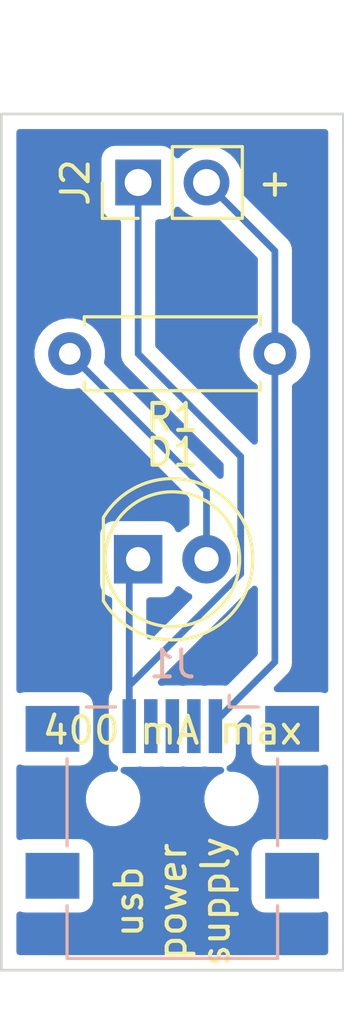
<source format=kicad_pcb>
(kicad_pcb (version 20171130) (host pcbnew 5.1.12-1.fc35)

  (general
    (thickness 1.6)
    (drawings 7)
    (tracks 15)
    (zones 0)
    (modules 4)
    (nets 8)
  )

  (page A4)
  (layers
    (0 F.Cu signal)
    (31 B.Cu signal)
    (32 B.Adhes user)
    (33 F.Adhes user)
    (34 B.Paste user)
    (35 F.Paste user)
    (36 B.SilkS user)
    (37 F.SilkS user)
    (38 B.Mask user)
    (39 F.Mask user)
    (40 Dwgs.User user)
    (41 Cmts.User user)
    (42 Eco1.User user)
    (43 Eco2.User user)
    (44 Edge.Cuts user)
    (45 Margin user)
    (46 B.CrtYd user)
    (47 F.CrtYd user)
    (48 B.Fab user)
    (49 F.Fab user)
  )

  (setup
    (last_trace_width 0.25)
    (trace_clearance 0.2)
    (zone_clearance 0.508)
    (zone_45_only no)
    (trace_min 0.2)
    (via_size 0.8)
    (via_drill 0.4)
    (via_min_size 0.4)
    (via_min_drill 0.3)
    (uvia_size 0.3)
    (uvia_drill 0.1)
    (uvias_allowed no)
    (uvia_min_size 0.2)
    (uvia_min_drill 0.1)
    (edge_width 0.05)
    (segment_width 0.2)
    (pcb_text_width 0.3)
    (pcb_text_size 1.5 1.5)
    (mod_edge_width 0.12)
    (mod_text_size 1 1)
    (mod_text_width 0.15)
    (pad_size 1.524 1.524)
    (pad_drill 0.762)
    (pad_to_mask_clearance 0)
    (aux_axis_origin 0 0)
    (visible_elements FFFFFF7F)
    (pcbplotparams
      (layerselection 0x010fc_ffffffff)
      (usegerberextensions false)
      (usegerberattributes true)
      (usegerberadvancedattributes true)
      (creategerberjobfile true)
      (excludeedgelayer true)
      (linewidth 0.100000)
      (plotframeref false)
      (viasonmask false)
      (mode 1)
      (useauxorigin false)
      (hpglpennumber 1)
      (hpglpenspeed 20)
      (hpglpendiameter 15.000000)
      (psnegative false)
      (psa4output false)
      (plotreference true)
      (plotvalue true)
      (plotinvisibletext false)
      (padsonsilk false)
      (subtractmaskfromsilk false)
      (outputformat 1)
      (mirror false)
      (drillshape 1)
      (scaleselection 1)
      (outputdirectory ""))
  )

  (net 0 "")
  (net 1 "Net-(D1-Pad2)")
  (net 2 "Net-(D1-Pad1)")
  (net 3 "Net-(J1-Pad6)")
  (net 4 "Net-(J1-Pad4)")
  (net 5 "Net-(J1-Pad3)")
  (net 6 "Net-(J1-Pad2)")
  (net 7 "Net-(J1-Pad1)")

  (net_class Default "Это класс цепей по умолчанию."
    (clearance 0.2)
    (trace_width 0.25)
    (via_dia 0.8)
    (via_drill 0.4)
    (uvia_dia 0.3)
    (uvia_drill 0.1)
    (add_net "Net-(D1-Pad1)")
    (add_net "Net-(D1-Pad2)")
    (add_net "Net-(J1-Pad1)")
    (add_net "Net-(J1-Pad2)")
    (add_net "Net-(J1-Pad3)")
    (add_net "Net-(J1-Pad4)")
    (add_net "Net-(J1-Pad6)")
  )

  (module Resistor_THT:R_Axial_DIN0207_L6.3mm_D2.5mm_P7.62mm_Horizontal (layer F.Cu) (tedit 5AE5139B) (tstamp 61C22800)
    (at 147.32 92.71 180)
    (descr "Resistor, Axial_DIN0207 series, Axial, Horizontal, pin pitch=7.62mm, 0.25W = 1/4W, length*diameter=6.3*2.5mm^2, http://cdn-reichelt.de/documents/datenblatt/B400/1_4W%23YAG.pdf")
    (tags "Resistor Axial_DIN0207 series Axial Horizontal pin pitch 7.62mm 0.25W = 1/4W length 6.3mm diameter 2.5mm")
    (path /61C2696B)
    (fp_text reference R1 (at 3.81 -2.37) (layer F.SilkS)
      (effects (font (size 1 1) (thickness 0.15)))
    )
    (fp_text value 300 (at 3.81 2.37) (layer F.Fab)
      (effects (font (size 1 1) (thickness 0.15)))
    )
    (fp_line (start 8.67 -1.5) (end -1.05 -1.5) (layer F.CrtYd) (width 0.05))
    (fp_line (start 8.67 1.5) (end 8.67 -1.5) (layer F.CrtYd) (width 0.05))
    (fp_line (start -1.05 1.5) (end 8.67 1.5) (layer F.CrtYd) (width 0.05))
    (fp_line (start -1.05 -1.5) (end -1.05 1.5) (layer F.CrtYd) (width 0.05))
    (fp_line (start 7.08 1.37) (end 7.08 1.04) (layer F.SilkS) (width 0.12))
    (fp_line (start 0.54 1.37) (end 7.08 1.37) (layer F.SilkS) (width 0.12))
    (fp_line (start 0.54 1.04) (end 0.54 1.37) (layer F.SilkS) (width 0.12))
    (fp_line (start 7.08 -1.37) (end 7.08 -1.04) (layer F.SilkS) (width 0.12))
    (fp_line (start 0.54 -1.37) (end 7.08 -1.37) (layer F.SilkS) (width 0.12))
    (fp_line (start 0.54 -1.04) (end 0.54 -1.37) (layer F.SilkS) (width 0.12))
    (fp_line (start 7.62 0) (end 6.96 0) (layer F.Fab) (width 0.1))
    (fp_line (start 0 0) (end 0.66 0) (layer F.Fab) (width 0.1))
    (fp_line (start 6.96 -1.25) (end 0.66 -1.25) (layer F.Fab) (width 0.1))
    (fp_line (start 6.96 1.25) (end 6.96 -1.25) (layer F.Fab) (width 0.1))
    (fp_line (start 0.66 1.25) (end 6.96 1.25) (layer F.Fab) (width 0.1))
    (fp_line (start 0.66 -1.25) (end 0.66 1.25) (layer F.Fab) (width 0.1))
    (fp_text user %R (at 3.81 0) (layer F.Fab)
      (effects (font (size 1 1) (thickness 0.15)))
    )
    (pad 2 thru_hole oval (at 7.62 0 180) (size 1.6 1.6) (drill 0.8) (layers *.Cu *.Mask)
      (net 1 "Net-(D1-Pad2)"))
    (pad 1 thru_hole circle (at 0 0 180) (size 1.6 1.6) (drill 0.8) (layers *.Cu *.Mask)
      (net 7 "Net-(J1-Pad1)"))
    (model ${KISYS3DMOD}/Resistor_THT.3dshapes/R_Axial_DIN0207_L6.3mm_D2.5mm_P7.62mm_Horizontal.wrl
      (at (xyz 0 0 0))
      (scale (xyz 1 1 1))
      (rotate (xyz 0 0 0))
    )
  )

  (module Connector_PinHeader_2.54mm:PinHeader_1x02_P2.54mm_Vertical (layer F.Cu) (tedit 59FED5CC) (tstamp 61C227E9)
    (at 142.24 86.36 90)
    (descr "Through hole straight pin header, 1x02, 2.54mm pitch, single row")
    (tags "Through hole pin header THT 1x02 2.54mm single row")
    (path /61C27F61)
    (fp_text reference J2 (at 0 -2.33 90) (layer F.SilkS)
      (effects (font (size 1 1) (thickness 0.15)))
    )
    (fp_text value Conn_01x02_Male (at 0 4.87 90) (layer F.Fab)
      (effects (font (size 1 1) (thickness 0.15)))
    )
    (fp_line (start 1.8 -1.8) (end -1.8 -1.8) (layer F.CrtYd) (width 0.05))
    (fp_line (start 1.8 4.35) (end 1.8 -1.8) (layer F.CrtYd) (width 0.05))
    (fp_line (start -1.8 4.35) (end 1.8 4.35) (layer F.CrtYd) (width 0.05))
    (fp_line (start -1.8 -1.8) (end -1.8 4.35) (layer F.CrtYd) (width 0.05))
    (fp_line (start -1.33 -1.33) (end 0 -1.33) (layer F.SilkS) (width 0.12))
    (fp_line (start -1.33 0) (end -1.33 -1.33) (layer F.SilkS) (width 0.12))
    (fp_line (start -1.33 1.27) (end 1.33 1.27) (layer F.SilkS) (width 0.12))
    (fp_line (start 1.33 1.27) (end 1.33 3.87) (layer F.SilkS) (width 0.12))
    (fp_line (start -1.33 1.27) (end -1.33 3.87) (layer F.SilkS) (width 0.12))
    (fp_line (start -1.33 3.87) (end 1.33 3.87) (layer F.SilkS) (width 0.12))
    (fp_line (start -1.27 -0.635) (end -0.635 -1.27) (layer F.Fab) (width 0.1))
    (fp_line (start -1.27 3.81) (end -1.27 -0.635) (layer F.Fab) (width 0.1))
    (fp_line (start 1.27 3.81) (end -1.27 3.81) (layer F.Fab) (width 0.1))
    (fp_line (start 1.27 -1.27) (end 1.27 3.81) (layer F.Fab) (width 0.1))
    (fp_line (start -0.635 -1.27) (end 1.27 -1.27) (layer F.Fab) (width 0.1))
    (fp_text user %R (at 0 1.27) (layer F.Fab)
      (effects (font (size 1 1) (thickness 0.15)))
    )
    (pad 2 thru_hole oval (at 0 2.54 90) (size 1.7 1.7) (drill 1) (layers *.Cu *.Mask)
      (net 7 "Net-(J1-Pad1)"))
    (pad 1 thru_hole rect (at 0 0 90) (size 1.7 1.7) (drill 1) (layers *.Cu *.Mask)
      (net 2 "Net-(D1-Pad1)"))
    (model ${KISYS3DMOD}/Connector_PinHeader_2.54mm.3dshapes/PinHeader_1x02_P2.54mm_Vertical.wrl
      (at (xyz 0 0 0))
      (scale (xyz 1 1 1))
      (rotate (xyz 0 0 0))
    )
  )

  (module Connector_USB:USB_Mini-B_Lumberg_2486_01_Horizontal (layer B.Cu) (tedit 5AC6B535) (tstamp 61C227D3)
    (at 143.51 109.22 180)
    (descr "USB Mini-B 5-pin SMD connector, http://downloads.lumberg.com/datenblaetter/en/2486_01.pdf")
    (tags "USB USB_B USB_Mini connector")
    (path /61C25125)
    (attr smd)
    (fp_text reference J1 (at 0 5) (layer B.SilkS)
      (effects (font (size 1 1) (thickness 0.15)) (justify mirror))
    )
    (fp_text value USB_B_Mini (at 0 -7.5) (layer B.Fab)
      (effects (font (size 1 1) (thickness 0.15)) (justify mirror))
    )
    (fp_line (start -4.35 -6.35) (end -4.35 -4.2) (layer B.CrtYd) (width 0.05))
    (fp_line (start -4.35 -4.2) (end -5.95 -4.2) (layer B.CrtYd) (width 0.05))
    (fp_line (start -5.95 -1.5) (end -5.95 -4.2) (layer B.CrtYd) (width 0.05))
    (fp_line (start -4.35 -1.5) (end -5.95 -1.5) (layer B.CrtYd) (width 0.05))
    (fp_line (start -4.35 1.25) (end -4.35 -1.5) (layer B.CrtYd) (width 0.05))
    (fp_line (start -4.35 1.25) (end -5.95 1.25) (layer B.CrtYd) (width 0.05))
    (fp_line (start -5.95 3.95) (end -5.95 1.25) (layer B.CrtYd) (width 0.05))
    (fp_line (start -5.95 3.95) (end -2.35 3.95) (layer B.CrtYd) (width 0.05))
    (fp_line (start -2.35 3.95) (end -2.35 4.2) (layer B.CrtYd) (width 0.05))
    (fp_line (start 5.95 3.95) (end 5.95 1.25) (layer B.CrtYd) (width 0.05))
    (fp_line (start 4.35 1.25) (end 5.95 1.25) (layer B.CrtYd) (width 0.05))
    (fp_line (start 4.35 1.25) (end 4.35 -1.5) (layer B.CrtYd) (width 0.05))
    (fp_line (start -1.95 3.35) (end -1.6 2.85) (layer B.Fab) (width 0.1))
    (fp_line (start 5.95 -1.5) (end 5.95 -4.2) (layer B.CrtYd) (width 0.05))
    (fp_line (start 5.95 3.95) (end 2.35 3.95) (layer B.CrtYd) (width 0.05))
    (fp_line (start -4.35 -6.35) (end 4.35 -6.35) (layer B.CrtYd) (width 0.05))
    (fp_line (start -3.85 3.35) (end 3.85 3.35) (layer B.Fab) (width 0.1))
    (fp_line (start -3.85 3.35) (end -3.85 -5.85) (layer B.Fab) (width 0.1))
    (fp_line (start -3.85 -5.85) (end 3.85 -5.85) (layer B.Fab) (width 0.1))
    (fp_line (start 3.85 -5.85) (end 3.85 3.35) (layer B.Fab) (width 0.1))
    (fp_line (start -3.91 -5.91) (end -3.91 -3.96) (layer B.SilkS) (width 0.12))
    (fp_line (start -3.91 -1.74) (end -3.91 1.49) (layer B.SilkS) (width 0.12))
    (fp_line (start -3.19 3.41) (end -2.11 3.41) (layer B.SilkS) (width 0.12))
    (fp_line (start 2.11 3.41) (end 3.19 3.41) (layer B.SilkS) (width 0.12))
    (fp_line (start 3.91 -1.74) (end 3.91 1.49) (layer B.SilkS) (width 0.12))
    (fp_line (start 3.91 -5.91) (end 3.91 -3.96) (layer B.SilkS) (width 0.12))
    (fp_line (start -2.11 3.41) (end -2.11 3.84) (layer B.SilkS) (width 0.12))
    (fp_line (start -1.6 2.85) (end -1.25 3.35) (layer B.Fab) (width 0.1))
    (fp_line (start 3.91 -5.91) (end -3.91 -5.91) (layer B.SilkS) (width 0.12))
    (fp_line (start 4.35 -6.35) (end 4.35 -4.2) (layer B.CrtYd) (width 0.05))
    (fp_line (start 4.35 -4.2) (end 5.95 -4.2) (layer B.CrtYd) (width 0.05))
    (fp_line (start 4.35 -1.5) (end 5.95 -1.5) (layer B.CrtYd) (width 0.05))
    (fp_line (start 2.35 3.95) (end 2.35 4.2) (layer B.CrtYd) (width 0.05))
    (fp_line (start 2.35 4.2) (end -2.35 4.2) (layer B.CrtYd) (width 0.05))
    (fp_text user %R (at 0 -1.6 180) (layer B.Fab)
      (effects (font (size 1 1) (thickness 0.15)) (justify mirror))
    )
    (pad "" np_thru_hole circle (at 2.2 0 180) (size 1 1) (drill 1) (layers *.Cu *.Mask))
    (pad "" np_thru_hole circle (at -2.2 0 180) (size 1 1) (drill 1) (layers *.Cu *.Mask))
    (pad 6 smd rect (at 4.45 -2.85 180) (size 2 1.7) (layers B.Cu B.Paste B.Mask)
      (net 3 "Net-(J1-Pad6)"))
    (pad 6 smd rect (at 4.45 2.6 180) (size 2 1.7) (layers B.Cu B.Paste B.Mask)
      (net 3 "Net-(J1-Pad6)"))
    (pad 6 smd rect (at -4.45 -2.85 180) (size 2 1.7) (layers B.Cu B.Paste B.Mask)
      (net 3 "Net-(J1-Pad6)"))
    (pad 6 smd rect (at -4.45 2.6 180) (size 2 1.7) (layers B.Cu B.Paste B.Mask)
      (net 3 "Net-(J1-Pad6)"))
    (pad 5 smd rect (at 1.6 2.7 180) (size 0.5 2) (layers B.Cu B.Paste B.Mask)
      (net 2 "Net-(D1-Pad1)"))
    (pad 4 smd rect (at 0.8 2.7 180) (size 0.5 2) (layers B.Cu B.Paste B.Mask)
      (net 4 "Net-(J1-Pad4)"))
    (pad 3 smd rect (at 0 2.7 180) (size 0.5 2) (layers B.Cu B.Paste B.Mask)
      (net 5 "Net-(J1-Pad3)"))
    (pad 2 smd rect (at -0.8 2.7 180) (size 0.5 2) (layers B.Cu B.Paste B.Mask)
      (net 6 "Net-(J1-Pad2)"))
    (pad 1 smd rect (at -1.6 2.7 180) (size 0.5 2) (layers B.Cu B.Paste B.Mask)
      (net 7 "Net-(J1-Pad1)"))
    (model ${KISYS3DMOD}/Connector_USB.3dshapes/USB_Mini-B_Lumberg_2486_01_Horizontal.wrl
      (at (xyz 0 0 0))
      (scale (xyz 1 1 1))
      (rotate (xyz 0 0 0))
    )
  )

  (module LED_THT:LED_D5.0mm (layer F.Cu) (tedit 5995936A) (tstamp 61C227A1)
    (at 142.24 100.33)
    (descr "LED, diameter 5.0mm, 2 pins, http://cdn-reichelt.de/documents/datenblatt/A500/LL-504BC2E-009.pdf")
    (tags "LED diameter 5.0mm 2 pins")
    (path /61C25CCE)
    (fp_text reference D1 (at 1.27 -3.96) (layer F.SilkS)
      (effects (font (size 1 1) (thickness 0.15)))
    )
    (fp_text value LED (at 1.27 3.96) (layer F.Fab)
      (effects (font (size 1 1) (thickness 0.15)))
    )
    (fp_line (start 4.5 -3.25) (end -1.95 -3.25) (layer F.CrtYd) (width 0.05))
    (fp_line (start 4.5 3.25) (end 4.5 -3.25) (layer F.CrtYd) (width 0.05))
    (fp_line (start -1.95 3.25) (end 4.5 3.25) (layer F.CrtYd) (width 0.05))
    (fp_line (start -1.95 -3.25) (end -1.95 3.25) (layer F.CrtYd) (width 0.05))
    (fp_line (start -1.29 -1.545) (end -1.29 1.545) (layer F.SilkS) (width 0.12))
    (fp_line (start -1.23 -1.469694) (end -1.23 1.469694) (layer F.Fab) (width 0.1))
    (fp_circle (center 1.27 0) (end 3.77 0) (layer F.SilkS) (width 0.12))
    (fp_circle (center 1.27 0) (end 3.77 0) (layer F.Fab) (width 0.1))
    (fp_text user %R (at 1.25 0) (layer F.Fab)
      (effects (font (size 0.8 0.8) (thickness 0.2)))
    )
    (fp_arc (start 1.27 0) (end -1.29 1.54483) (angle -148.9) (layer F.SilkS) (width 0.12))
    (fp_arc (start 1.27 0) (end -1.29 -1.54483) (angle 148.9) (layer F.SilkS) (width 0.12))
    (fp_arc (start 1.27 0) (end -1.23 -1.469694) (angle 299.1) (layer F.Fab) (width 0.1))
    (pad 2 thru_hole circle (at 2.54 0) (size 1.8 1.8) (drill 0.9) (layers *.Cu *.Mask)
      (net 1 "Net-(D1-Pad2)"))
    (pad 1 thru_hole rect (at 0 0) (size 1.8 1.8) (drill 0.9) (layers *.Cu *.Mask)
      (net 2 "Net-(D1-Pad1)"))
    (model ${KISYS3DMOD}/LED_THT.3dshapes/LED_D5.0mm.wrl
      (at (xyz 0 0 0))
      (scale (xyz 1 1 1))
      (rotate (xyz 0 0 0))
    )
  )

  (gr_text + (at 147.32 86.36) (layer F.SilkS)
    (effects (font (size 1 1) (thickness 0.15)))
  )
  (gr_line (start 149.86 83.82) (end 149.86 115.57) (layer Edge.Cuts) (width 0.1))
  (gr_line (start 137.16 83.82) (end 149.86 83.82) (layer Edge.Cuts) (width 0.1))
  (gr_line (start 137.16 115.57) (end 137.16 83.82) (layer Edge.Cuts) (width 0.1))
  (gr_line (start 149.86 115.57) (end 137.16 115.57) (layer Edge.Cuts) (width 0.1))
  (gr_text "400 mA max" (at 143.51 106.68) (layer F.SilkS)
    (effects (font (size 1 1) (thickness 0.15)))
  )
  (gr_text "usb\npower\nsupply" (at 143.51 113.03 90) (layer F.SilkS)
    (effects (font (size 1 1) (thickness 0.15)))
  )

  (segment (start 139.7 92.71) (end 144.78 97.79) (width 0.25) (layer B.Cu) (net 1))
  (segment (start 144.78 97.79) (end 144.78 100.33) (width 0.25) (layer B.Cu) (net 1))
  (segment (start 141.91 100.66) (end 141.91 106.52) (width 0.25) (layer B.Cu) (net 2))
  (segment (start 142.24 100.33) (end 141.91 100.66) (width 0.25) (layer B.Cu) (net 2))
  (segment (start 141.91 105.484998) (end 141.91 106.52) (width 0.25) (layer B.Cu) (net 2))
  (segment (start 142.24 86.36) (end 142.24 92.71) (width 0.25) (layer B.Cu) (net 2))
  (segment (start 142.24 92.71) (end 146.05 96.52) (width 0.25) (layer B.Cu) (net 2))
  (segment (start 141.91 105.013002) (end 141.91 106.52) (width 0.25) (layer B.Cu) (net 2))
  (segment (start 146.05 100.873002) (end 141.91 105.013002) (width 0.25) (layer B.Cu) (net 2))
  (segment (start 146.05 96.52) (end 146.05 100.873002) (width 0.25) (layer B.Cu) (net 2))
  (segment (start 145.11 106.52) (end 145.11 106.35) (width 0.25) (layer B.Cu) (net 7))
  (segment (start 147.32 104.14) (end 147.32 92.71) (width 0.25) (layer B.Cu) (net 7))
  (segment (start 145.11 106.35) (end 147.32 104.14) (width 0.25) (layer B.Cu) (net 7))
  (segment (start 147.32 88.9) (end 144.78 86.36) (width 0.25) (layer B.Cu) (net 7))
  (segment (start 147.32 92.71) (end 147.32 88.9) (width 0.25) (layer B.Cu) (net 7))

  (zone (net 0) (net_name "") (layer B.Cu) (tstamp 0) (hatch edge 0.508)
    (connect_pads (clearance 0.508))
    (min_thickness 0.254)
    (fill yes (arc_segments 32) (thermal_gap 0.508) (thermal_bridge_width 0.508))
    (polygon
      (pts
        (xy 149.86 115.57) (xy 137.16 115.57) (xy 137.16 83.82) (xy 149.86 83.82)
      )
    )
    (filled_polygon
      (pts
        (xy 149.175001 105.171647) (xy 149.084482 105.144188) (xy 148.96 105.131928) (xy 147.402874 105.131928) (xy 147.831004 104.703798)
        (xy 147.860001 104.680001) (xy 147.934908 104.588727) (xy 147.954974 104.564277) (xy 148.025546 104.432247) (xy 148.025546 104.432246)
        (xy 148.069003 104.288986) (xy 148.08 104.177333) (xy 148.08 104.177323) (xy 148.083676 104.14) (xy 148.08 104.102677)
        (xy 148.08 93.928043) (xy 148.234759 93.824637) (xy 148.434637 93.624759) (xy 148.59168 93.389727) (xy 148.699853 93.128574)
        (xy 148.755 92.851335) (xy 148.755 92.568665) (xy 148.699853 92.291426) (xy 148.59168 92.030273) (xy 148.434637 91.795241)
        (xy 148.234759 91.595363) (xy 148.08 91.491957) (xy 148.08 88.937322) (xy 148.083676 88.899999) (xy 148.08 88.862676)
        (xy 148.08 88.862667) (xy 148.069003 88.751014) (xy 148.025546 88.607753) (xy 147.954974 88.475724) (xy 147.941811 88.459685)
        (xy 147.883799 88.388996) (xy 147.883795 88.388992) (xy 147.860001 88.359999) (xy 147.831008 88.336205) (xy 146.22121 86.726408)
        (xy 146.265 86.50626) (xy 146.265 86.21374) (xy 146.207932 85.926842) (xy 146.09599 85.656589) (xy 145.933475 85.413368)
        (xy 145.726632 85.206525) (xy 145.483411 85.04401) (xy 145.213158 84.932068) (xy 144.92626 84.875) (xy 144.63374 84.875)
        (xy 144.346842 84.932068) (xy 144.076589 85.04401) (xy 143.833368 85.206525) (xy 143.701513 85.33838) (xy 143.679502 85.26582)
        (xy 143.620537 85.155506) (xy 143.541185 85.058815) (xy 143.444494 84.979463) (xy 143.33418 84.920498) (xy 143.214482 84.884188)
        (xy 143.09 84.871928) (xy 141.39 84.871928) (xy 141.265518 84.884188) (xy 141.14582 84.920498) (xy 141.035506 84.979463)
        (xy 140.938815 85.058815) (xy 140.859463 85.155506) (xy 140.800498 85.26582) (xy 140.764188 85.385518) (xy 140.751928 85.51)
        (xy 140.751928 87.21) (xy 140.764188 87.334482) (xy 140.800498 87.45418) (xy 140.859463 87.564494) (xy 140.938815 87.661185)
        (xy 141.035506 87.740537) (xy 141.14582 87.799502) (xy 141.265518 87.835812) (xy 141.39 87.848072) (xy 141.48 87.848072)
        (xy 141.480001 92.672667) (xy 141.476324 92.71) (xy 141.480001 92.747332) (xy 141.480001 92.747333) (xy 141.490245 92.851335)
        (xy 141.490998 92.858985) (xy 141.534454 93.002246) (xy 141.605026 93.134276) (xy 141.676201 93.221002) (xy 141.7 93.250001)
        (xy 141.728998 93.273799) (xy 145.29 96.834802) (xy 145.29 97.225198) (xy 141.098688 93.033887) (xy 141.135 92.851335)
        (xy 141.135 92.568665) (xy 141.079853 92.291426) (xy 140.97168 92.030273) (xy 140.814637 91.795241) (xy 140.614759 91.595363)
        (xy 140.379727 91.43832) (xy 140.118574 91.330147) (xy 139.841335 91.275) (xy 139.558665 91.275) (xy 139.281426 91.330147)
        (xy 139.020273 91.43832) (xy 138.785241 91.595363) (xy 138.585363 91.795241) (xy 138.42832 92.030273) (xy 138.320147 92.291426)
        (xy 138.265 92.568665) (xy 138.265 92.851335) (xy 138.320147 93.128574) (xy 138.42832 93.389727) (xy 138.585363 93.624759)
        (xy 138.785241 93.824637) (xy 139.020273 93.98168) (xy 139.281426 94.089853) (xy 139.558665 94.145) (xy 139.841335 94.145)
        (xy 140.023887 94.108688) (xy 144.02 98.104802) (xy 144.02 98.991687) (xy 143.801495 99.137688) (xy 143.735056 99.204127)
        (xy 143.729502 99.18582) (xy 143.670537 99.075506) (xy 143.591185 98.978815) (xy 143.494494 98.899463) (xy 143.38418 98.840498)
        (xy 143.264482 98.804188) (xy 143.14 98.791928) (xy 141.34 98.791928) (xy 141.215518 98.804188) (xy 141.09582 98.840498)
        (xy 140.985506 98.899463) (xy 140.888815 98.978815) (xy 140.809463 99.075506) (xy 140.750498 99.18582) (xy 140.714188 99.305518)
        (xy 140.701928 99.43) (xy 140.701928 101.23) (xy 140.714188 101.354482) (xy 140.750498 101.47418) (xy 140.809463 101.584494)
        (xy 140.888815 101.681185) (xy 140.985506 101.760537) (xy 141.09582 101.819502) (xy 141.15 101.835937) (xy 141.150001 104.975663)
        (xy 141.15 104.97567) (xy 141.15 104.97568) (xy 141.146324 105.013002) (xy 141.15 105.050325) (xy 141.15 105.140481)
        (xy 141.129463 105.165506) (xy 141.070498 105.27582) (xy 141.034188 105.395518) (xy 141.021928 105.52) (xy 141.021928 107.52)
        (xy 141.034188 107.644482) (xy 141.070498 107.76418) (xy 141.129463 107.874494) (xy 141.208815 107.971185) (xy 141.305506 108.050537)
        (xy 141.369981 108.085) (xy 141.198212 108.085) (xy 140.978933 108.128617) (xy 140.772376 108.214176) (xy 140.58648 108.338388)
        (xy 140.428388 108.49648) (xy 140.304176 108.682376) (xy 140.218617 108.888933) (xy 140.175 109.108212) (xy 140.175 109.331788)
        (xy 140.218617 109.551067) (xy 140.304176 109.757624) (xy 140.428388 109.94352) (xy 140.58648 110.101612) (xy 140.772376 110.225824)
        (xy 140.978933 110.311383) (xy 141.198212 110.355) (xy 141.421788 110.355) (xy 141.641067 110.311383) (xy 141.847624 110.225824)
        (xy 142.03352 110.101612) (xy 142.191612 109.94352) (xy 142.315824 109.757624) (xy 142.401383 109.551067) (xy 142.445 109.331788)
        (xy 142.445 109.108212) (xy 142.401383 108.888933) (xy 142.315824 108.682376) (xy 142.191612 108.49648) (xy 142.03352 108.338388)
        (xy 141.847624 108.214176) (xy 141.712177 108.158072) (xy 142.16 108.158072) (xy 142.284482 108.145812) (xy 142.31 108.138071)
        (xy 142.335518 108.145812) (xy 142.46 108.158072) (xy 142.96 108.158072) (xy 143.084482 108.145812) (xy 143.11 108.138071)
        (xy 143.135518 108.145812) (xy 143.26 108.158072) (xy 143.76 108.158072) (xy 143.884482 108.145812) (xy 143.91 108.138071)
        (xy 143.935518 108.145812) (xy 144.06 108.158072) (xy 144.56 108.158072) (xy 144.684482 108.145812) (xy 144.71 108.138071)
        (xy 144.735518 108.145812) (xy 144.86 108.158072) (xy 145.307823 108.158072) (xy 145.172376 108.214176) (xy 144.98648 108.338388)
        (xy 144.828388 108.49648) (xy 144.704176 108.682376) (xy 144.618617 108.888933) (xy 144.575 109.108212) (xy 144.575 109.331788)
        (xy 144.618617 109.551067) (xy 144.704176 109.757624) (xy 144.828388 109.94352) (xy 144.98648 110.101612) (xy 145.172376 110.225824)
        (xy 145.378933 110.311383) (xy 145.598212 110.355) (xy 145.821788 110.355) (xy 146.041067 110.311383) (xy 146.247624 110.225824)
        (xy 146.43352 110.101612) (xy 146.591612 109.94352) (xy 146.715824 109.757624) (xy 146.801383 109.551067) (xy 146.845 109.331788)
        (xy 146.845 109.108212) (xy 146.801383 108.888933) (xy 146.715824 108.682376) (xy 146.591612 108.49648) (xy 146.43352 108.338388)
        (xy 146.247624 108.214176) (xy 146.041067 108.128617) (xy 145.821788 108.085) (xy 145.650019 108.085) (xy 145.714494 108.050537)
        (xy 145.811185 107.971185) (xy 145.890537 107.874494) (xy 145.949502 107.76418) (xy 145.985812 107.644482) (xy 145.998072 107.52)
        (xy 145.998072 106.536729) (xy 146.321928 106.212873) (xy 146.321928 107.47) (xy 146.334188 107.594482) (xy 146.370498 107.71418)
        (xy 146.429463 107.824494) (xy 146.508815 107.921185) (xy 146.605506 108.000537) (xy 146.71582 108.059502) (xy 146.835518 108.095812)
        (xy 146.96 108.108072) (xy 148.96 108.108072) (xy 149.084482 108.095812) (xy 149.175001 108.068353) (xy 149.175001 110.621647)
        (xy 149.084482 110.594188) (xy 148.96 110.581928) (xy 146.96 110.581928) (xy 146.835518 110.594188) (xy 146.71582 110.630498)
        (xy 146.605506 110.689463) (xy 146.508815 110.768815) (xy 146.429463 110.865506) (xy 146.370498 110.97582) (xy 146.334188 111.095518)
        (xy 146.321928 111.22) (xy 146.321928 112.92) (xy 146.334188 113.044482) (xy 146.370498 113.16418) (xy 146.429463 113.274494)
        (xy 146.508815 113.371185) (xy 146.605506 113.450537) (xy 146.71582 113.509502) (xy 146.835518 113.545812) (xy 146.96 113.558072)
        (xy 148.96 113.558072) (xy 149.084482 113.545812) (xy 149.175001 113.518353) (xy 149.175001 114.885) (xy 137.845 114.885)
        (xy 137.845 113.518354) (xy 137.935518 113.545812) (xy 138.06 113.558072) (xy 140.06 113.558072) (xy 140.184482 113.545812)
        (xy 140.30418 113.509502) (xy 140.414494 113.450537) (xy 140.511185 113.371185) (xy 140.590537 113.274494) (xy 140.649502 113.16418)
        (xy 140.685812 113.044482) (xy 140.698072 112.92) (xy 140.698072 111.22) (xy 140.685812 111.095518) (xy 140.649502 110.97582)
        (xy 140.590537 110.865506) (xy 140.511185 110.768815) (xy 140.414494 110.689463) (xy 140.30418 110.630498) (xy 140.184482 110.594188)
        (xy 140.06 110.581928) (xy 138.06 110.581928) (xy 137.935518 110.594188) (xy 137.845 110.621646) (xy 137.845 108.068354)
        (xy 137.935518 108.095812) (xy 138.06 108.108072) (xy 140.06 108.108072) (xy 140.184482 108.095812) (xy 140.30418 108.059502)
        (xy 140.414494 108.000537) (xy 140.511185 107.921185) (xy 140.590537 107.824494) (xy 140.649502 107.71418) (xy 140.685812 107.594482)
        (xy 140.698072 107.47) (xy 140.698072 105.77) (xy 140.685812 105.645518) (xy 140.649502 105.52582) (xy 140.590537 105.415506)
        (xy 140.511185 105.318815) (xy 140.414494 105.239463) (xy 140.30418 105.180498) (xy 140.184482 105.144188) (xy 140.06 105.131928)
        (xy 138.06 105.131928) (xy 137.935518 105.144188) (xy 137.845 105.171646) (xy 137.845 84.505) (xy 149.175 84.505)
      )
    )
    (filled_polygon
      (pts
        (xy 146.56 103.825198) (xy 145.489491 104.895707) (xy 145.484482 104.894188) (xy 145.36 104.881928) (xy 144.86 104.881928)
        (xy 144.735518 104.894188) (xy 144.71 104.901929) (xy 144.684482 104.894188) (xy 144.56 104.881928) (xy 144.06 104.881928)
        (xy 143.935518 104.894188) (xy 143.91 104.901929) (xy 143.884482 104.894188) (xy 143.76 104.881928) (xy 143.26 104.881928)
        (xy 143.135518 104.894188) (xy 143.11 104.901929) (xy 143.099162 104.898641) (xy 146.56 101.437804)
      )
    )
    (filled_polygon
      (pts
        (xy 143.801495 101.522312) (xy 144.052905 101.690299) (xy 144.127149 101.721052) (xy 142.67 103.178201) (xy 142.67 101.868072)
        (xy 143.14 101.868072) (xy 143.264482 101.855812) (xy 143.38418 101.819502) (xy 143.494494 101.760537) (xy 143.591185 101.681185)
        (xy 143.670537 101.584494) (xy 143.729502 101.47418) (xy 143.735056 101.455873)
      )
    )
    (filled_polygon
      (pts
        (xy 143.833368 87.513475) (xy 144.076589 87.67599) (xy 144.346842 87.787932) (xy 144.63374 87.845) (xy 144.92626 87.845)
        (xy 145.146408 87.80121) (xy 146.560001 89.214804) (xy 146.56 91.491956) (xy 146.405241 91.595363) (xy 146.205363 91.795241)
        (xy 146.04832 92.030273) (xy 145.940147 92.291426) (xy 145.885 92.568665) (xy 145.885 92.851335) (xy 145.940147 93.128574)
        (xy 146.04832 93.389727) (xy 146.205363 93.624759) (xy 146.405241 93.824637) (xy 146.560001 93.928044) (xy 146.560001 95.955199)
        (xy 143 92.395199) (xy 143 87.848072) (xy 143.09 87.848072) (xy 143.214482 87.835812) (xy 143.33418 87.799502)
        (xy 143.444494 87.740537) (xy 143.541185 87.661185) (xy 143.620537 87.564494) (xy 143.679502 87.45418) (xy 143.701513 87.38162)
      )
    )
  )
)

</source>
